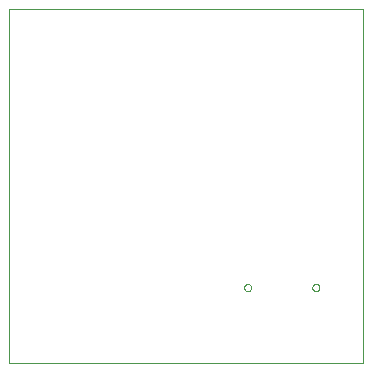
<source format=gbp>
G75*
%MOIN*%
%OFA0B0*%
%FSLAX25Y25*%
%IPPOS*%
%LPD*%
%AMOC8*
5,1,8,0,0,1.08239X$1,22.5*
%
%ADD10C,0.00000*%
D10*
X0009674Y0009674D02*
X0009674Y0127784D01*
X0127784Y0127784D01*
X0127784Y0009674D01*
X0009674Y0009674D01*
X0088060Y0034871D02*
X0088062Y0034940D01*
X0088068Y0035008D01*
X0088078Y0035076D01*
X0088092Y0035143D01*
X0088110Y0035210D01*
X0088131Y0035275D01*
X0088157Y0035339D01*
X0088186Y0035401D01*
X0088218Y0035461D01*
X0088254Y0035520D01*
X0088294Y0035576D01*
X0088336Y0035630D01*
X0088382Y0035681D01*
X0088431Y0035730D01*
X0088482Y0035776D01*
X0088536Y0035818D01*
X0088592Y0035858D01*
X0088650Y0035894D01*
X0088711Y0035926D01*
X0088773Y0035955D01*
X0088837Y0035981D01*
X0088902Y0036002D01*
X0088969Y0036020D01*
X0089036Y0036034D01*
X0089104Y0036044D01*
X0089172Y0036050D01*
X0089241Y0036052D01*
X0089310Y0036050D01*
X0089378Y0036044D01*
X0089446Y0036034D01*
X0089513Y0036020D01*
X0089580Y0036002D01*
X0089645Y0035981D01*
X0089709Y0035955D01*
X0089771Y0035926D01*
X0089831Y0035894D01*
X0089890Y0035858D01*
X0089946Y0035818D01*
X0090000Y0035776D01*
X0090051Y0035730D01*
X0090100Y0035681D01*
X0090146Y0035630D01*
X0090188Y0035576D01*
X0090228Y0035520D01*
X0090264Y0035461D01*
X0090296Y0035401D01*
X0090325Y0035339D01*
X0090351Y0035275D01*
X0090372Y0035210D01*
X0090390Y0035143D01*
X0090404Y0035076D01*
X0090414Y0035008D01*
X0090420Y0034940D01*
X0090422Y0034871D01*
X0090420Y0034802D01*
X0090414Y0034734D01*
X0090404Y0034666D01*
X0090390Y0034599D01*
X0090372Y0034532D01*
X0090351Y0034467D01*
X0090325Y0034403D01*
X0090296Y0034341D01*
X0090264Y0034280D01*
X0090228Y0034222D01*
X0090188Y0034166D01*
X0090146Y0034112D01*
X0090100Y0034061D01*
X0090051Y0034012D01*
X0090000Y0033966D01*
X0089946Y0033924D01*
X0089890Y0033884D01*
X0089832Y0033848D01*
X0089771Y0033816D01*
X0089709Y0033787D01*
X0089645Y0033761D01*
X0089580Y0033740D01*
X0089513Y0033722D01*
X0089446Y0033708D01*
X0089378Y0033698D01*
X0089310Y0033692D01*
X0089241Y0033690D01*
X0089172Y0033692D01*
X0089104Y0033698D01*
X0089036Y0033708D01*
X0088969Y0033722D01*
X0088902Y0033740D01*
X0088837Y0033761D01*
X0088773Y0033787D01*
X0088711Y0033816D01*
X0088650Y0033848D01*
X0088592Y0033884D01*
X0088536Y0033924D01*
X0088482Y0033966D01*
X0088431Y0034012D01*
X0088382Y0034061D01*
X0088336Y0034112D01*
X0088294Y0034166D01*
X0088254Y0034222D01*
X0088218Y0034280D01*
X0088186Y0034341D01*
X0088157Y0034403D01*
X0088131Y0034467D01*
X0088110Y0034532D01*
X0088092Y0034599D01*
X0088078Y0034666D01*
X0088068Y0034734D01*
X0088062Y0034802D01*
X0088060Y0034871D01*
X0110816Y0034871D02*
X0110818Y0034940D01*
X0110824Y0035008D01*
X0110834Y0035076D01*
X0110848Y0035143D01*
X0110866Y0035210D01*
X0110887Y0035275D01*
X0110913Y0035339D01*
X0110942Y0035401D01*
X0110974Y0035461D01*
X0111010Y0035520D01*
X0111050Y0035576D01*
X0111092Y0035630D01*
X0111138Y0035681D01*
X0111187Y0035730D01*
X0111238Y0035776D01*
X0111292Y0035818D01*
X0111348Y0035858D01*
X0111406Y0035894D01*
X0111467Y0035926D01*
X0111529Y0035955D01*
X0111593Y0035981D01*
X0111658Y0036002D01*
X0111725Y0036020D01*
X0111792Y0036034D01*
X0111860Y0036044D01*
X0111928Y0036050D01*
X0111997Y0036052D01*
X0112066Y0036050D01*
X0112134Y0036044D01*
X0112202Y0036034D01*
X0112269Y0036020D01*
X0112336Y0036002D01*
X0112401Y0035981D01*
X0112465Y0035955D01*
X0112527Y0035926D01*
X0112587Y0035894D01*
X0112646Y0035858D01*
X0112702Y0035818D01*
X0112756Y0035776D01*
X0112807Y0035730D01*
X0112856Y0035681D01*
X0112902Y0035630D01*
X0112944Y0035576D01*
X0112984Y0035520D01*
X0113020Y0035461D01*
X0113052Y0035401D01*
X0113081Y0035339D01*
X0113107Y0035275D01*
X0113128Y0035210D01*
X0113146Y0035143D01*
X0113160Y0035076D01*
X0113170Y0035008D01*
X0113176Y0034940D01*
X0113178Y0034871D01*
X0113176Y0034802D01*
X0113170Y0034734D01*
X0113160Y0034666D01*
X0113146Y0034599D01*
X0113128Y0034532D01*
X0113107Y0034467D01*
X0113081Y0034403D01*
X0113052Y0034341D01*
X0113020Y0034280D01*
X0112984Y0034222D01*
X0112944Y0034166D01*
X0112902Y0034112D01*
X0112856Y0034061D01*
X0112807Y0034012D01*
X0112756Y0033966D01*
X0112702Y0033924D01*
X0112646Y0033884D01*
X0112588Y0033848D01*
X0112527Y0033816D01*
X0112465Y0033787D01*
X0112401Y0033761D01*
X0112336Y0033740D01*
X0112269Y0033722D01*
X0112202Y0033708D01*
X0112134Y0033698D01*
X0112066Y0033692D01*
X0111997Y0033690D01*
X0111928Y0033692D01*
X0111860Y0033698D01*
X0111792Y0033708D01*
X0111725Y0033722D01*
X0111658Y0033740D01*
X0111593Y0033761D01*
X0111529Y0033787D01*
X0111467Y0033816D01*
X0111406Y0033848D01*
X0111348Y0033884D01*
X0111292Y0033924D01*
X0111238Y0033966D01*
X0111187Y0034012D01*
X0111138Y0034061D01*
X0111092Y0034112D01*
X0111050Y0034166D01*
X0111010Y0034222D01*
X0110974Y0034280D01*
X0110942Y0034341D01*
X0110913Y0034403D01*
X0110887Y0034467D01*
X0110866Y0034532D01*
X0110848Y0034599D01*
X0110834Y0034666D01*
X0110824Y0034734D01*
X0110818Y0034802D01*
X0110816Y0034871D01*
M02*

</source>
